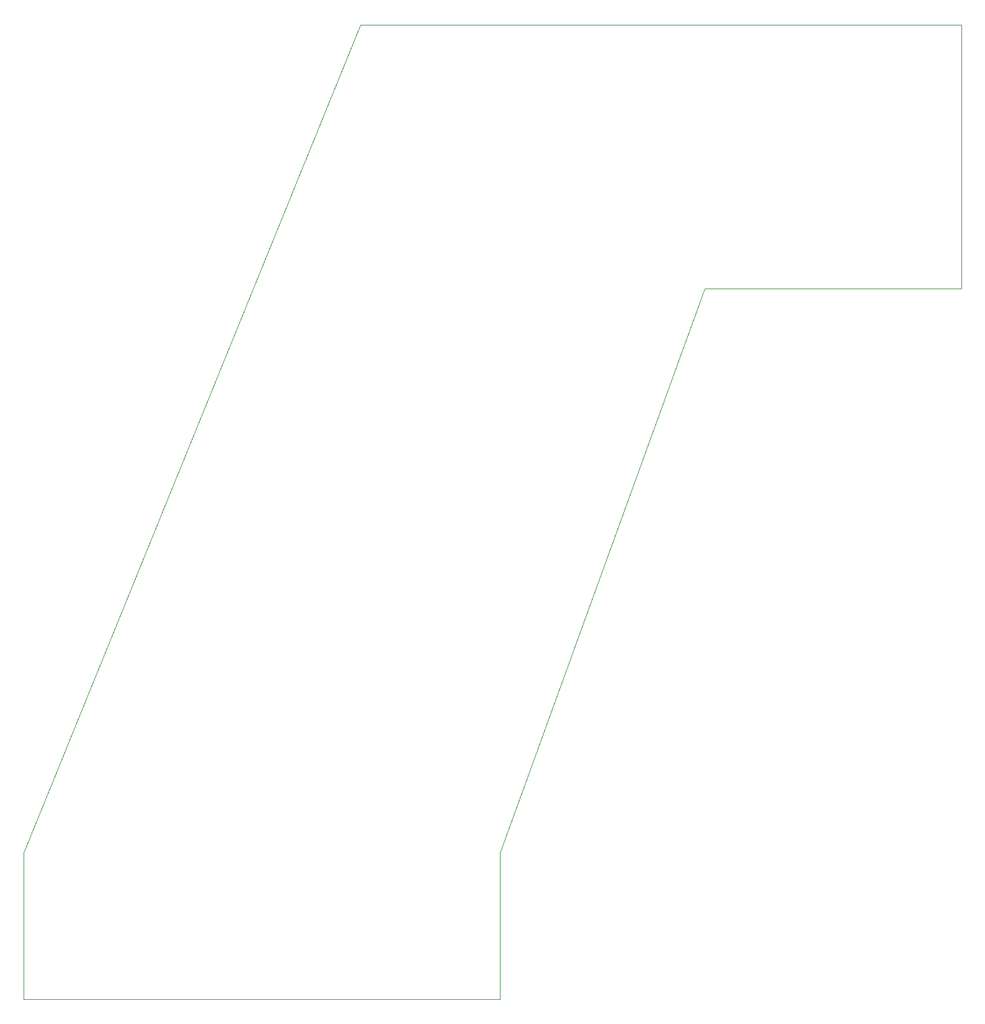
<source format=gbr>
%TF.GenerationSoftware,KiCad,Pcbnew,8.0.3*%
%TF.CreationDate,2025-04-21T22:29:52+02:00*%
%TF.ProjectId,Grip,47726970-2e6b-4696-9361-645f70636258,rev?*%
%TF.SameCoordinates,Original*%
%TF.FileFunction,Profile,NP*%
%FSLAX46Y46*%
G04 Gerber Fmt 4.6, Leading zero omitted, Abs format (unit mm)*
G04 Created by KiCad (PCBNEW 8.0.3) date 2025-04-21 22:29:52*
%MOMM*%
%LPD*%
G01*
G04 APERTURE LIST*
%TA.AperFunction,Profile*%
%ADD10C,0.050000*%
%TD*%
G04 APERTURE END LIST*
D10*
X117000000Y-162000000D02*
X117000000Y-142000000D01*
X117000000Y-142000000D02*
X144950000Y-65000000D01*
X158000000Y-29000000D02*
X98000000Y-29000000D01*
X180000000Y-65000000D02*
X147000000Y-65000000D01*
X158000000Y-29000000D02*
X180000000Y-29000000D01*
X98000000Y-29000000D02*
X52000000Y-142000000D01*
X52000000Y-142000000D02*
X52000000Y-162000000D01*
X147000000Y-65000000D02*
X144950000Y-65000000D01*
X180000000Y-29000000D02*
X180000000Y-65000000D01*
X52000000Y-162000000D02*
X117000000Y-162000000D01*
M02*

</source>
